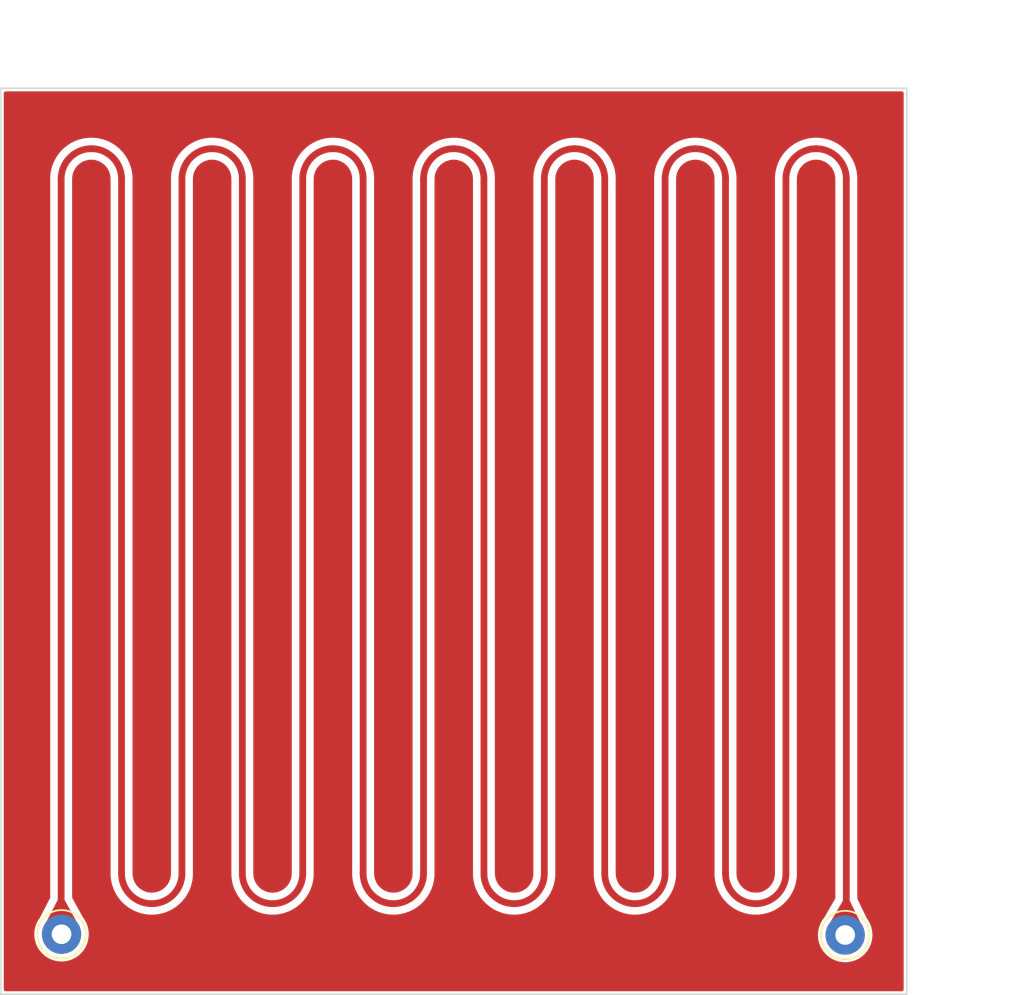
<source format=kicad_pcb>
(kicad_pcb (version 20221018) (generator pcbnew)
  (title_block (title "Reflow Hot-Plate Heatbed 60x60 mm") (date "2023-03-19") (rev "1.0.0") (company "I. Kajdan"))
  (layers (0 "F.Cu" signal) (31 "B.Cu" signal) (37 "F.SilkS" user "F.Silkscreen") (44 "Edge.Cuts" user))
  (net 0 "")
  (net 1 "Net-(J1-Pin_1)")
  (footprint "Connector_Pin:Pin_D1.3mm_L11.0mm" (layer "F.Cu") (at 123.025 129.025)
    (fp_text reference "J1" hide)
    (fp_text value "Conn_01x01")
    (fp_circle (center 0 0) (end 1.6 0.05) (stroke (width 0.12)) (fill none) (layer "F.SilkS"))
    (pad "1" thru_hole circle (at 0 0) (size 2.6 2.6) (drill 1.3) (layers "*.Cu" "*.Mask") (net 1 "Net-(J1-Pin_1)"))
  )
  (footprint "Connector_Pin:Pin_D1.3mm_L11.0mm" (layer "F.Cu") (at 174.925 129.075)
    (fp_text reference "J2" hide)
    (fp_text value "Conn_01x01")
    (fp_circle (center 0 0) (end 1.6 0.05) (stroke (width 0.12)) (fill none) (layer "F.SilkS"))
    (pad "1" thru_hole circle (at 0 0) (size 2.6 2.6) (drill 1.3) (layers "*.Cu" "*.Mask") (net 1 "Net-(J1-Pin_1)"))
  )
  (gr_line (start 179 133) (end 119 133) (stroke (width 0.1)) (layer "Edge.Cuts"))
  (gr_line (start 119 133) (end 119 73) (stroke (width 0.1)) (layer "Edge.Cuts"))
  (gr_line (start 119 73) (end 179 73) (stroke (width 0.1)) (layer "Edge.Cuts"))
  (gr_line (start 179 73) (end 179 133) (stroke (width 0.1)) (layer "Edge.Cuts"))
  (segment (start 163 78.999998) (end 163 125.000001) (width 0.449) (layer "F.Cu") (net 1))
  (segment (start 174.925 129.075) (end 175 129) (width 0.449) (layer "F.Cu") (net 1))
  (segment (start 167 125.000001) (end 167 78.999998) (width 0.449) (layer "F.Cu") (net 1))
  (segment (start 159 125.000001) (end 159 78.999998) (width 0.449) (layer "F.Cu") (net 1))
  (segment (start 155 78.999998) (end 155 125.000001) (width 0.449) (layer "F.Cu") (net 1))
  (segment (start 147 78.999998) (end 147 125.000001) (width 0.449) (layer "F.Cu") (net 1))
  (segment (start 175 129) (end 175 78.999998) (width 0.449) (layer "F.Cu") (net 1))
  (segment (start 139 78.999998) (end 139 125.000001) (width 0.449) (layer "F.Cu") (net 1))
  (segment (start 131 78.999998) (end 131 125.000001) (width 0.449) (layer "F.Cu") (net 1))
  (segment (start 123 78.999998) (end 123 129) (width 0.449) (layer "F.Cu") (net 1))
  (segment (start 123 129) (end 123.025 129.025) (width 0.449) (layer "F.Cu") (net 1))
  (segment (start 135 125.000001) (end 135 78.999998) (width 0.449) (layer "F.Cu") (net 1))
  (segment (start 127 125.000001) (end 127 78.999998) (width 0.449) (layer "F.Cu") (net 1))
  (segment (start 171 78.999998) (end 171 125.000001) (width 0.449) (layer "F.Cu") (net 1))
  (segment (start 143 125.000001) (end 143 78.999998) (width 0.449) (layer "F.Cu") (net 1))
  (segment (start 151 125.000001) (end 151 78.999998) (width 0.449) (layer "F.Cu") (net 1))
  (arc (start 135 78.999998) (mid 134.414212 77.585785) (end 132.999998 77) (width 0.449) (layer "F.Cu") (net 1))
  (arc (start 147 125.000001) (mid 146.414212 126.414213) (end 144.999998 127) (width 0.449) (layer "F.Cu") (net 1))
  (arc (start 169.000001 127) (mid 167.585786 126.414213) (end 167 125.000001) (width 0.449) (layer "F.Cu") (net 1))
  (arc (start 143 78.999998) (mid 142.414213 77.585785) (end 141.000001 77) (width 0.449) (layer "F.Cu") (net 1))
  (arc (start 125.000001 77) (mid 123.585787 77.585785) (end 123 78.999998) (width 0.449) (layer "F.Cu") (net 1))
  (arc (start 128.999998 127) (mid 127.585785 126.414213) (end 127 125.000001) (width 0.449) (layer "F.Cu") (net 1))
  (arc (start 167 78.999998) (mid 166.414213 77.585785) (end 165.000001 77) (width 0.449) (layer "F.Cu") (net 1))
  (arc (start 156.999998 77) (mid 155.585785 77.585785) (end 155 78.999998) (width 0.449) (layer "F.Cu") (net 1))
  (arc (start 139 125.000001) (mid 138.414212 126.414213) (end 136.999998 127) (width 0.449) (layer "F.Cu") (net 1))
  (arc (start 151 78.999998) (mid 150.414212 77.585785) (end 148.999998 77) (width 0.449) (layer "F.Cu") (net 1))
  (arc (start 161.000001 127) (mid 159.585786 126.414213) (end 159 125.000001) (width 0.449) (layer "F.Cu") (net 1))
  (arc (start 163 125.000001) (mid 162.414213 126.414213) (end 161.000001 127) (width 0.449) (layer "F.Cu") (net 1))
  (arc (start 136.999998 127) (mid 135.585785 126.414213) (end 135 125.000001) (width 0.449) (layer "F.Cu") (net 1))
  (arc (start 153.000001 127) (mid 151.585786 126.414213) (end 151 125.000001) (width 0.449) (layer "F.Cu") (net 1))
  (arc (start 148.999998 77) (mid 147.585785 77.585785) (end 147 78.999998) (width 0.449) (layer "F.Cu") (net 1))
  (arc (start 165.000001 77) (mid 163.585786 77.585785) (end 163 78.999998) (width 0.449) (layer "F.Cu") (net 1))
  (arc (start 175 78.999998) (mid 174.414213 77.585786) (end 173.000001 77) (width 0.449) (layer "F.Cu") (net 1))
  (arc (start 132.999998 77) (mid 131.585785 77.585785) (end 131 78.999998) (width 0.449) (layer "F.Cu") (net 1))
  (arc (start 173.000001 77) (mid 171.585786 77.585785) (end 171 78.999998) (width 0.449) (layer "F.Cu") (net 1))
  (arc (start 141.000001 77) (mid 139.585786 77.585785) (end 139 78.999998) (width 0.449) (layer "F.Cu") (net 1))
  (arc (start 155 125.000001) (mid 154.414213 126.414213) (end 153.000001 127) (width 0.449) (layer "F.Cu") (net 1))
  (arc (start 144.999998 127) (mid 143.585785 126.414213) (end 143 125.000001) (width 0.449) (layer "F.Cu") (net 1))
  (arc (start 159 78.999998) (mid 158.414212 77.585785) (end 156.999998 77) (width 0.449) (layer "F.Cu") (net 1))
  (arc (start 131 125.000001) (mid 130.414212 126.414213) (end 128.999998 127) (width 0.449) (layer "F.Cu") (net 1))
  (arc (start 127 78.999998) (mid 126.414213 77.585785) (end 125.000001 77) (width 0.449) (layer "F.Cu") (net 1))
  (arc (start 171 125.000001) (mid 170.414213 126.414213) (end 169.000001 127) (width 0.449) (layer "F.Cu") (net 1))
  (zone (net 0) (net_name "") (layer "F.Cu") (connect_pads (clearance 0.5)) (min_thickness 0.25) (fill yes (thermal_gap 0.5) (thermal_bridge_width 0.5) (island_removal_mode 1) (island_area_min 10))
    (polygon (pts (xy 119 73) (xy 179 73) (xy 179 133) (xy 119 133)))
  )
)
</source>
